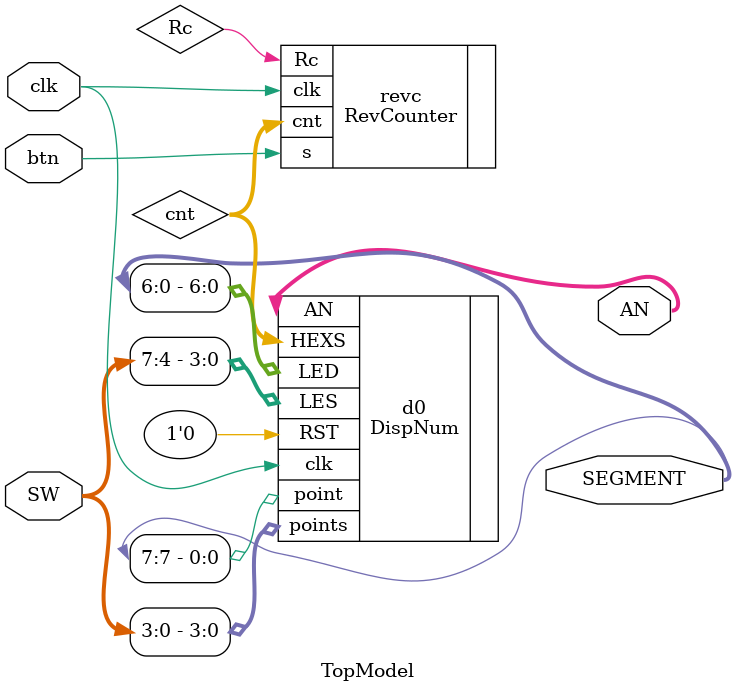
<source format=v>
`timescale 1ns / 1ps

module TopModel(
		input wire clk,
		input wire [7:0]SW,
		input wire btn,
		output wire [3:0]AN,
		output wire [7:0]SEGMENT
    );
	 
		wire [15:0]cnt;
		wire Rc;
		
		RevCounter revc(.clk(clk),
							 .s(btn),
							 .cnt(cnt),
							 .Rc(Rc));
							 
							 
		DispNum  d0(.clk(clk),
					.HEXS(cnt),
					.LES(SW[7:4]),
					.points(SW[3:0]),
					.RST(1'b0),
					.AN(AN),
					.LED(SEGMENT[6:0]),
					.point(SEGMENT[7])
					);
endmodule

</source>
